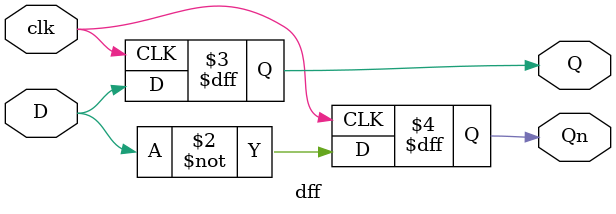
<source format=v>
module dff (
    input D,clk,
    output reg Q,Qn
);
    always @(posedge clk) begin
        Q<=D;
        Qn<= ~D;
    end
endmodule
</source>
